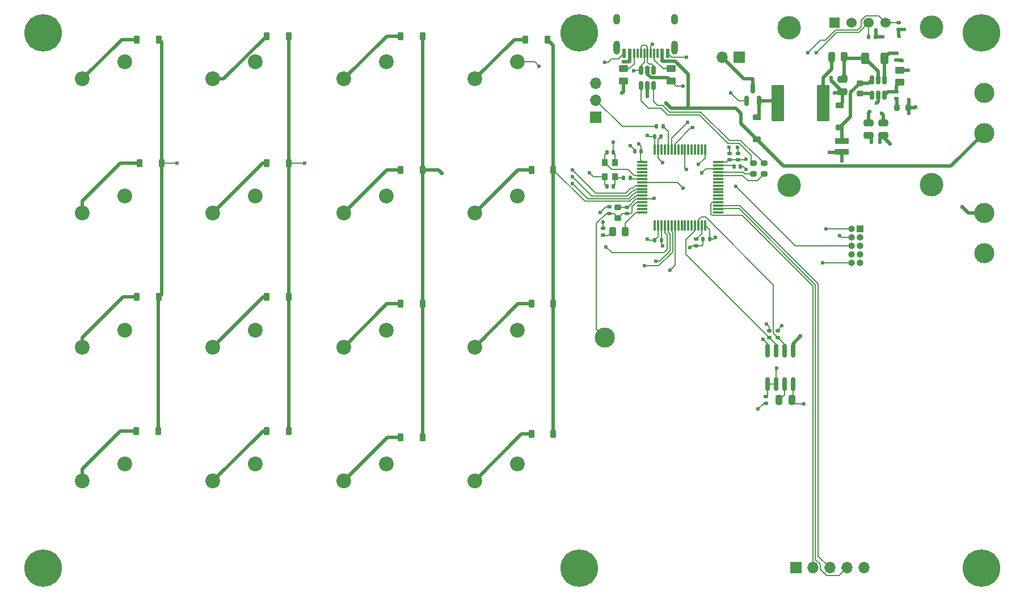
<source format=gbr>
%TF.GenerationSoftware,KiCad,Pcbnew,7.0.4-40-g0180cb380f*%
%TF.CreationDate,2023-06-12T22:45:27+02:00*%
%TF.ProjectId,New Business Card,4e657720-4275-4736-996e-657373204361,rev?*%
%TF.SameCoordinates,Original*%
%TF.FileFunction,Copper,L1,Top*%
%TF.FilePolarity,Positive*%
%FSLAX46Y46*%
G04 Gerber Fmt 4.6, Leading zero omitted, Abs format (unit mm)*
G04 Created by KiCad (PCBNEW 7.0.4-40-g0180cb380f) date 2023-06-12 22:45:27*
%MOMM*%
%LPD*%
G01*
G04 APERTURE LIST*
G04 Aperture macros list*
%AMRoundRect*
0 Rectangle with rounded corners*
0 $1 Rounding radius*
0 $2 $3 $4 $5 $6 $7 $8 $9 X,Y pos of 4 corners*
0 Add a 4 corners polygon primitive as box body*
4,1,4,$2,$3,$4,$5,$6,$7,$8,$9,$2,$3,0*
0 Add four circle primitives for the rounded corners*
1,1,$1+$1,$2,$3*
1,1,$1+$1,$4,$5*
1,1,$1+$1,$6,$7*
1,1,$1+$1,$8,$9*
0 Add four rect primitives between the rounded corners*
20,1,$1+$1,$2,$3,$4,$5,0*
20,1,$1+$1,$4,$5,$6,$7,0*
20,1,$1+$1,$6,$7,$8,$9,0*
20,1,$1+$1,$8,$9,$2,$3,0*%
G04 Aperture macros list end*
%TA.AperFunction,ComponentPad*%
%ADD10C,2.200000*%
%TD*%
%TA.AperFunction,ComponentPad*%
%ADD11C,1.524000*%
%TD*%
%TA.AperFunction,CastellatedPad*%
%ADD12C,3.500000*%
%TD*%
%TA.AperFunction,ComponentPad*%
%ADD13R,1.524000X1.524000*%
%TD*%
%TA.AperFunction,SMDPad,CuDef*%
%ADD14RoundRect,0.200000X0.275000X-0.200000X0.275000X0.200000X-0.275000X0.200000X-0.275000X-0.200000X0*%
%TD*%
%TA.AperFunction,SMDPad,CuDef*%
%ADD15RoundRect,0.147500X-0.172500X0.147500X-0.172500X-0.147500X0.172500X-0.147500X0.172500X0.147500X0*%
%TD*%
%TA.AperFunction,SMDPad,CuDef*%
%ADD16RoundRect,0.225000X0.250000X-0.225000X0.250000X0.225000X-0.250000X0.225000X-0.250000X-0.225000X0*%
%TD*%
%TA.AperFunction,SMDPad,CuDef*%
%ADD17RoundRect,0.225000X-0.250000X0.225000X-0.250000X-0.225000X0.250000X-0.225000X0.250000X0.225000X0*%
%TD*%
%TA.AperFunction,SMDPad,CuDef*%
%ADD18RoundRect,0.225000X0.225000X0.375000X-0.225000X0.375000X-0.225000X-0.375000X0.225000X-0.375000X0*%
%TD*%
%TA.AperFunction,ComponentPad*%
%ADD19C,3.000000*%
%TD*%
%TA.AperFunction,SMDPad,CuDef*%
%ADD20RoundRect,0.225000X-0.375000X0.225000X-0.375000X-0.225000X0.375000X-0.225000X0.375000X0.225000X0*%
%TD*%
%TA.AperFunction,ComponentPad*%
%ADD21R,1.700000X1.700000*%
%TD*%
%TA.AperFunction,ComponentPad*%
%ADD22O,1.700000X1.700000*%
%TD*%
%TA.AperFunction,ComponentPad*%
%ADD23C,5.600000*%
%TD*%
%TA.AperFunction,SMDPad,CuDef*%
%ADD24RoundRect,0.140000X0.140000X0.170000X-0.140000X0.170000X-0.140000X-0.170000X0.140000X-0.170000X0*%
%TD*%
%TA.AperFunction,SMDPad,CuDef*%
%ADD25RoundRect,0.140000X-0.170000X0.140000X-0.170000X-0.140000X0.170000X-0.140000X0.170000X0.140000X0*%
%TD*%
%TA.AperFunction,SMDPad,CuDef*%
%ADD26RoundRect,0.135000X-0.135000X-0.185000X0.135000X-0.185000X0.135000X0.185000X-0.135000X0.185000X0*%
%TD*%
%TA.AperFunction,SMDPad,CuDef*%
%ADD27RoundRect,0.150000X0.150000X-0.587500X0.150000X0.587500X-0.150000X0.587500X-0.150000X-0.587500X0*%
%TD*%
%TA.AperFunction,SMDPad,CuDef*%
%ADD28RoundRect,0.135000X0.185000X-0.135000X0.185000X0.135000X-0.185000X0.135000X-0.185000X-0.135000X0*%
%TD*%
%TA.AperFunction,SMDPad,CuDef*%
%ADD29RoundRect,0.250000X-0.475000X0.250000X-0.475000X-0.250000X0.475000X-0.250000X0.475000X0.250000X0*%
%TD*%
%TA.AperFunction,SMDPad,CuDef*%
%ADD30RoundRect,0.250000X0.712500X2.475000X-0.712500X2.475000X-0.712500X-2.475000X0.712500X-2.475000X0*%
%TD*%
%TA.AperFunction,SMDPad,CuDef*%
%ADD31RoundRect,0.150000X0.150000X-0.512500X0.150000X0.512500X-0.150000X0.512500X-0.150000X-0.512500X0*%
%TD*%
%TA.AperFunction,ComponentPad*%
%ADD32R,1.000000X1.000000*%
%TD*%
%TA.AperFunction,ComponentPad*%
%ADD33O,1.000000X1.000000*%
%TD*%
%TA.AperFunction,SMDPad,CuDef*%
%ADD34RoundRect,0.200000X-0.200000X-0.275000X0.200000X-0.275000X0.200000X0.275000X-0.200000X0.275000X0*%
%TD*%
%TA.AperFunction,SMDPad,CuDef*%
%ADD35RoundRect,0.225000X0.375000X-0.225000X0.375000X0.225000X-0.375000X0.225000X-0.375000X-0.225000X0*%
%TD*%
%TA.AperFunction,SMDPad,CuDef*%
%ADD36RoundRect,0.150000X0.150000X-0.825000X0.150000X0.825000X-0.150000X0.825000X-0.150000X-0.825000X0*%
%TD*%
%TA.AperFunction,SMDPad,CuDef*%
%ADD37RoundRect,0.140000X-0.140000X-0.170000X0.140000X-0.170000X0.140000X0.170000X-0.140000X0.170000X0*%
%TD*%
%TA.AperFunction,SMDPad,CuDef*%
%ADD38RoundRect,0.140000X0.170000X-0.140000X0.170000X0.140000X-0.170000X0.140000X-0.170000X-0.140000X0*%
%TD*%
%TA.AperFunction,SMDPad,CuDef*%
%ADD39R,0.600000X1.450000*%
%TD*%
%TA.AperFunction,SMDPad,CuDef*%
%ADD40R,0.300000X1.450000*%
%TD*%
%TA.AperFunction,ComponentPad*%
%ADD41O,1.000000X2.100000*%
%TD*%
%TA.AperFunction,ComponentPad*%
%ADD42O,1.000000X1.600000*%
%TD*%
%TA.AperFunction,SMDPad,CuDef*%
%ADD43RoundRect,0.243750X0.243750X0.456250X-0.243750X0.456250X-0.243750X-0.456250X0.243750X-0.456250X0*%
%TD*%
%TA.AperFunction,SMDPad,CuDef*%
%ADD44RoundRect,0.250000X-0.250000X-0.475000X0.250000X-0.475000X0.250000X0.475000X-0.250000X0.475000X0*%
%TD*%
%TA.AperFunction,SMDPad,CuDef*%
%ADD45RoundRect,0.250000X-0.312500X-0.625000X0.312500X-0.625000X0.312500X0.625000X-0.312500X0.625000X0*%
%TD*%
%TA.AperFunction,SMDPad,CuDef*%
%ADD46RoundRect,0.135000X-0.185000X0.135000X-0.185000X-0.135000X0.185000X-0.135000X0.185000X0.135000X0*%
%TD*%
%TA.AperFunction,SMDPad,CuDef*%
%ADD47RoundRect,0.150000X-0.150000X0.512500X-0.150000X-0.512500X0.150000X-0.512500X0.150000X0.512500X0*%
%TD*%
%TA.AperFunction,SMDPad,CuDef*%
%ADD48RoundRect,0.075000X-0.700000X-0.075000X0.700000X-0.075000X0.700000X0.075000X-0.700000X0.075000X0*%
%TD*%
%TA.AperFunction,SMDPad,CuDef*%
%ADD49RoundRect,0.075000X-0.075000X-0.700000X0.075000X-0.700000X0.075000X0.700000X-0.075000X0.700000X0*%
%TD*%
%TA.AperFunction,SMDPad,CuDef*%
%ADD50RoundRect,0.243750X-0.243750X-0.456250X0.243750X-0.456250X0.243750X0.456250X-0.243750X0.456250X0*%
%TD*%
%TA.AperFunction,SMDPad,CuDef*%
%ADD51RoundRect,0.250000X0.450000X-0.262500X0.450000X0.262500X-0.450000X0.262500X-0.450000X-0.262500X0*%
%TD*%
%TA.AperFunction,SMDPad,CuDef*%
%ADD52RoundRect,0.250000X-0.450000X0.262500X-0.450000X-0.262500X0.450000X-0.262500X0.450000X0.262500X0*%
%TD*%
%TA.AperFunction,SMDPad,CuDef*%
%ADD53R,0.900000X1.000000*%
%TD*%
%TA.AperFunction,SMDPad,CuDef*%
%ADD54R,2.000000X0.850000*%
%TD*%
%TA.AperFunction,ViaPad*%
%ADD55C,0.600000*%
%TD*%
%TA.AperFunction,Conductor*%
%ADD56C,0.200000*%
%TD*%
%TA.AperFunction,Conductor*%
%ADD57C,0.500000*%
%TD*%
%TA.AperFunction,Conductor*%
%ADD58C,1.000000*%
%TD*%
G04 APERTURE END LIST*
D10*
%TO.P,SW17,1,1*%
%TO.N,KEY_ROW_4*%
X150740000Y-104460000D03*
%TO.P,SW17,2,2*%
%TO.N,Net-(D19-A)*%
X144390000Y-107000000D03*
%TD*%
%TO.P,SW16,1,1*%
%TO.N,KEY_ROW_4*%
X131213332Y-104460000D03*
%TO.P,SW16,2,2*%
%TO.N,Net-(D18-A)*%
X124863332Y-107000000D03*
%TD*%
%TO.P,SW15,2,2*%
%TO.N,Net-(D17-A)*%
X105336666Y-107000000D03*
%TO.P,SW15,1,1*%
%TO.N,KEY_ROW_4*%
X111686666Y-104460000D03*
%TD*%
%TO.P,SW14,1,1*%
%TO.N,KEY_ROW_4*%
X92160000Y-104460000D03*
%TO.P,SW14,2,2*%
%TO.N,Net-(D16-A)*%
X85810000Y-107000000D03*
%TD*%
%TO.P,SW13,1,1*%
%TO.N,KEY_ROW_3*%
X150740000Y-84433332D03*
%TO.P,SW13,2,2*%
%TO.N,Net-(D15-A)*%
X144390000Y-86973332D03*
%TD*%
%TO.P,SW12,2,2*%
%TO.N,Net-(D14-A)*%
X124863332Y-86973332D03*
%TO.P,SW12,1,1*%
%TO.N,KEY_ROW_3*%
X131213332Y-84433332D03*
%TD*%
%TO.P,SW11,1,1*%
%TO.N,KEY_ROW_3*%
X111686666Y-84433332D03*
%TO.P,SW11,2,2*%
%TO.N,Net-(D13-A)*%
X105336666Y-86973332D03*
%TD*%
%TO.P,SW10,2,2*%
%TO.N,Net-(D12-A)*%
X85810000Y-86973332D03*
%TO.P,SW10,1,1*%
%TO.N,KEY_ROW_3*%
X92160000Y-84433332D03*
%TD*%
%TO.P,SW9,2,2*%
%TO.N,Net-(D11-A)*%
X144390000Y-66946666D03*
%TO.P,SW9,1,1*%
%TO.N,KEY_ROW_2*%
X150740000Y-64406666D03*
%TD*%
%TO.P,SW8,2,2*%
%TO.N,Net-(D10-A)*%
X124863332Y-66946666D03*
%TO.P,SW8,1,1*%
%TO.N,KEY_ROW_2*%
X131213332Y-64406666D03*
%TD*%
%TO.P,SW7,2,2*%
%TO.N,Net-(D9-A)*%
X105336666Y-66946666D03*
%TO.P,SW7,1,1*%
%TO.N,KEY_ROW_2*%
X111686666Y-64406666D03*
%TD*%
%TO.P,SW6,1,1*%
%TO.N,KEY_ROW_2*%
X92160000Y-64406666D03*
%TO.P,SW6,2,2*%
%TO.N,Net-(D8-A)*%
X85810000Y-66946666D03*
%TD*%
%TO.P,SW5,1,1*%
%TO.N,KEY_ROW_1*%
X150740000Y-44380000D03*
%TO.P,SW5,2,2*%
%TO.N,Net-(D7-A)*%
X144390000Y-46920000D03*
%TD*%
%TO.P,SW4,1,1*%
%TO.N,KEY_ROW_1*%
X131213332Y-44380000D03*
%TO.P,SW4,2,2*%
%TO.N,Net-(D6-A)*%
X124863332Y-46920000D03*
%TD*%
%TO.P,SW3,2,2*%
%TO.N,Net-(D5-A)*%
X105336666Y-46920000D03*
%TO.P,SW3,1,1*%
%TO.N,KEY_ROW_1*%
X111686666Y-44380000D03*
%TD*%
%TO.P,SW2,1,1*%
%TO.N,KEY_ROW_1*%
X92160000Y-44380000D03*
%TO.P,SW2,2,2*%
%TO.N,Net-(D4-A)*%
X85810000Y-46920000D03*
%TD*%
D11*
%TO.P,J1,4,Pin_4*%
%TO.N,I2C_1_SDA*%
X205760000Y-38500000D03*
%TO.P,J1,3,Pin_3*%
%TO.N,I2C_1_SCL*%
X203220000Y-38500000D03*
%TO.P,J1,2,Pin_2*%
%TO.N,+3V3*%
X200680000Y-38500000D03*
D12*
%TO.P,J1,1,Pin_1*%
%TO.N,GND*%
X212600000Y-62700000D03*
X212600000Y-39200000D03*
D13*
X198140000Y-38500000D03*
D12*
X191300000Y-62800000D03*
X191300000Y-39300000D03*
%TD*%
D14*
%TO.P,R8,1*%
%TO.N,Net-(U2-PA11)*%
X187600000Y-61125000D03*
%TO.P,R8,2*%
%TO.N,USB_D-*%
X187600000Y-59475000D03*
%TD*%
%TO.P,R9,1*%
%TO.N,Net-(U2-PA12)*%
X186000000Y-61125000D03*
%TO.P,R9,2*%
%TO.N,USB_D+*%
X186000000Y-59475000D03*
%TD*%
D15*
%TO.P,L2,1*%
%TO.N,+3V3*%
X164500000Y-66040000D03*
%TO.P,L2,2*%
%TO.N,+3.3VA*%
X164500000Y-67010000D03*
%TD*%
D16*
%TO.P,C12,1*%
%TO.N,+3.3VA*%
X165800000Y-67675000D03*
%TO.P,C12,2*%
%TO.N,GND*%
X165800000Y-66125000D03*
%TD*%
D17*
%TO.P,C1,1*%
%TO.N,BUCK_SW*%
X201900000Y-47525000D03*
%TO.P,C1,2*%
%TO.N,BUCK_BST*%
X201900000Y-49075000D03*
%TD*%
D18*
%TO.P,D11,1,K*%
%TO.N,KEY_COL_4*%
X156150000Y-60500000D03*
%TO.P,D11,2,A*%
%TO.N,Net-(D11-A)*%
X152850000Y-60500000D03*
%TD*%
D19*
%TO.P,TP2,1,1*%
%TO.N,+5V*%
X220446600Y-54974200D03*
%TD*%
D20*
%TO.P,D1,1,K*%
%TO.N,Net-(D1-K)*%
X186500000Y-52650000D03*
%TO.P,D1,2,A*%
%TO.N,+5V*%
X186500000Y-55950000D03*
%TD*%
D21*
%TO.P,SW1,1,A*%
%TO.N,+3V3*%
X162500000Y-52640000D03*
D22*
%TO.P,SW1,2,B*%
%TO.N,Net-(SW1-B)*%
X162500000Y-50100000D03*
%TO.P,SW1,3,C*%
%TO.N,GND*%
X162500000Y-47560000D03*
%TD*%
D19*
%TO.P,TP3,1,1*%
%TO.N,+3.3VA*%
X163830000Y-85598000D03*
%TD*%
D18*
%TO.P,D9,1,K*%
%TO.N,KEY_COL_2*%
X116650000Y-59500000D03*
%TO.P,D9,2,A*%
%TO.N,Net-(D9-A)*%
X113350000Y-59500000D03*
%TD*%
%TO.P,D14,1,K*%
%TO.N,KEY_COL_3*%
X136650000Y-80500000D03*
%TO.P,D14,2,A*%
%TO.N,Net-(D14-A)*%
X133350000Y-80500000D03*
%TD*%
D23*
%TO.P,H2,1,1*%
%TO.N,GND*%
X80000000Y-120000000D03*
%TD*%
D18*
%TO.P,D18,1,K*%
%TO.N,KEY_COL_3*%
X136650000Y-100500000D03*
%TO.P,D18,2,A*%
%TO.N,Net-(D18-A)*%
X133350000Y-100500000D03*
%TD*%
%TO.P,D19,1,K*%
%TO.N,KEY_COL_4*%
X156150000Y-100000000D03*
%TO.P,D19,2,A*%
%TO.N,Net-(D19-A)*%
X152850000Y-100000000D03*
%TD*%
%TO.P,D8,1,K*%
%TO.N,KEY_COL_1*%
X97650000Y-59500000D03*
%TO.P,D8,2,A*%
%TO.N,Net-(D8-A)*%
X94350000Y-59500000D03*
%TD*%
D24*
%TO.P,C15,1*%
%TO.N,GND*%
X165072000Y-57912000D03*
%TO.P,C15,2*%
%TO.N,HSE_IN*%
X164112000Y-57912000D03*
%TD*%
D25*
%TO.P,C17,1*%
%TO.N,+3V3*%
X187858000Y-94408000D03*
%TO.P,C17,2*%
%TO.N,GND*%
X187858000Y-95368000D03*
%TD*%
D26*
%TO.P,R13,2*%
%TO.N,+3V3*%
X204220000Y-40600000D03*
%TO.P,R13,1*%
%TO.N,I2C_1_SCL*%
X203200000Y-40600000D03*
%TD*%
D27*
%TO.P,Q1,1,G*%
%TO.N,GND*%
X184950000Y-50200000D03*
%TO.P,Q1,2,S*%
%TO.N,Net-(D1-K)*%
X186850000Y-50200000D03*
%TO.P,Q1,3,D*%
%TO.N,+12V*%
X185900000Y-48325000D03*
%TD*%
D28*
%TO.P,R16,1*%
%TO.N,I2C2_SDA*%
X189636000Y-85565000D03*
%TO.P,R16,2*%
%TO.N,+3V3*%
X189636000Y-84545000D03*
%TD*%
D29*
%TO.P,C4,1*%
%TO.N,BUCK_IN*%
X199300000Y-46950000D03*
%TO.P,C4,2*%
%TO.N,GND*%
X199300000Y-48850000D03*
%TD*%
D19*
%TO.P,TP5,1,1*%
%TO.N,GND*%
X220446600Y-72974200D03*
%TD*%
D23*
%TO.P,H5,1,1*%
%TO.N,GND*%
X220000000Y-40000000D03*
%TD*%
D30*
%TO.P,F1,1*%
%TO.N,Net-(F1-Pad1)*%
X196387500Y-50500000D03*
%TO.P,F1,2*%
%TO.N,Net-(D1-K)*%
X189612500Y-50500000D03*
%TD*%
D31*
%TO.P,U1,1,BST*%
%TO.N,BUCK_BST*%
X203650000Y-49337500D03*
%TO.P,U1,2,GND*%
%TO.N,GND*%
X204600000Y-49337500D03*
%TO.P,U1,3,FB*%
%TO.N,BUCK_FB*%
X205550000Y-49337500D03*
%TO.P,U1,4,EN*%
%TO.N,BUCK_EN*%
X205550000Y-47062500D03*
%TO.P,U1,5,IN*%
%TO.N,BUCK_IN*%
X204600000Y-47062500D03*
%TO.P,U1,6,SW*%
%TO.N,BUCK_SW*%
X203650000Y-47062500D03*
%TD*%
D24*
%TO.P,C14,1*%
%TO.N,GND*%
X184042000Y-60000000D03*
%TO.P,C14,2*%
%TO.N,Net-(U2-VCAP_2)*%
X183082000Y-60000000D03*
%TD*%
D29*
%TO.P,C2,1*%
%TO.N,GND*%
X203200000Y-53450000D03*
%TO.P,C2,2*%
%TO.N,+3V3*%
X203200000Y-55350000D03*
%TD*%
D32*
%TO.P,J3,1,Pin_1*%
%TO.N,+3V3*%
X201930000Y-69342000D03*
D33*
%TO.P,J3,2,Pin_2*%
%TO.N,SWDIO*%
X200660000Y-69342000D03*
%TO.P,J3,3,Pin_3*%
%TO.N,GND*%
X201930000Y-70612000D03*
%TO.P,J3,4,Pin_4*%
%TO.N,SWCLK*%
X200660000Y-70612000D03*
%TO.P,J3,5,Pin_5*%
%TO.N,GND*%
X201930000Y-71882000D03*
%TO.P,J3,6,Pin_6*%
%TO.N,SWO*%
X200660000Y-71882000D03*
%TO.P,J3,7,Pin_7*%
%TO.N,unconnected-(J3-Pin_7-Pad7)*%
X201930000Y-73152000D03*
%TO.P,J3,8,Pin_8*%
%TO.N,unconnected-(J3-Pin_8-Pad8)*%
X200660000Y-73152000D03*
%TO.P,J3,9,Pin_9*%
%TO.N,GND*%
X201930000Y-74422000D03*
%TO.P,J3,10,Pin_10*%
%TO.N,NRST*%
X200660000Y-74422000D03*
%TD*%
D29*
%TO.P,C3,1*%
%TO.N,GND*%
X205400000Y-53450000D03*
%TO.P,C3,2*%
%TO.N,+3V3*%
X205400000Y-55350000D03*
%TD*%
D34*
%TO.P,R5,1*%
%TO.N,Net-(R3-Pad2)*%
X207450000Y-51200000D03*
%TO.P,R5,2*%
%TO.N,GND*%
X209100000Y-51200000D03*
%TD*%
D35*
%TO.P,D2,1,K*%
%TO.N,BUCK_SW*%
X198900000Y-54150000D03*
%TO.P,D2,2,A*%
%TO.N,GND*%
X198900000Y-50850000D03*
%TD*%
D36*
%TO.P,U4,1,VDD5V*%
%TO.N,+3V3*%
X188095000Y-92475000D03*
%TO.P,U4,2,VDD3V3*%
X189365000Y-92475000D03*
%TO.P,U4,3,OUT*%
%TO.N,Net-(U4-OUT)*%
X190635000Y-92475000D03*
%TO.P,U4,4,GND*%
%TO.N,GND*%
X191905000Y-92475000D03*
%TO.P,U4,5,PGO*%
X191905000Y-87525000D03*
%TO.P,U4,6,SDA*%
%TO.N,I2C2_SDA*%
X190635000Y-87525000D03*
%TO.P,U4,7,SCL*%
%TO.N,I2C2_SCL*%
X189365000Y-87525000D03*
%TO.P,U4,8,DIR*%
%TO.N,GND*%
X188095000Y-87525000D03*
%TD*%
D37*
%TO.P,C9,1*%
%TO.N,+3V3*%
X171260000Y-55480000D03*
%TO.P,C9,2*%
%TO.N,GND*%
X172220000Y-55480000D03*
%TD*%
D18*
%TO.P,D5,1,K*%
%TO.N,KEY_COL_2*%
X116650000Y-40500000D03*
%TO.P,D5,2,A*%
%TO.N,Net-(D5-A)*%
X113350000Y-40500000D03*
%TD*%
%TO.P,D7,1,K*%
%TO.N,KEY_COL_4*%
X155300000Y-41000000D03*
%TO.P,D7,2,A*%
%TO.N,Net-(D7-A)*%
X152000000Y-41000000D03*
%TD*%
%TO.P,D4,1,K*%
%TO.N,KEY_COL_1*%
X97300000Y-41000000D03*
%TO.P,D4,2,A*%
%TO.N,Net-(D4-A)*%
X94000000Y-41000000D03*
%TD*%
D23*
%TO.P,H6,1,1*%
%TO.N,GND*%
X220000000Y-120000000D03*
%TD*%
D19*
%TO.P,TP4,1,1*%
%TO.N,+3V3*%
X220446600Y-66974200D03*
%TD*%
D38*
%TO.P,C11,1*%
%TO.N,+3.3VA*%
X167132000Y-67028000D03*
%TO.P,C11,2*%
%TO.N,GND*%
X167132000Y-66068000D03*
%TD*%
D18*
%TO.P,D13,1,K*%
%TO.N,KEY_COL_2*%
X116650000Y-79500000D03*
%TO.P,D13,2,A*%
%TO.N,Net-(D13-A)*%
X113350000Y-79500000D03*
%TD*%
%TO.P,D6,1,K*%
%TO.N,KEY_COL_3*%
X136650000Y-40500000D03*
%TO.P,D6,2,A*%
%TO.N,Net-(D6-A)*%
X133350000Y-40500000D03*
%TD*%
D24*
%TO.P,C6,1*%
%TO.N,+3V3*%
X172248000Y-70974000D03*
%TO.P,C6,2*%
%TO.N,GND*%
X171288000Y-70974000D03*
%TD*%
D39*
%TO.P,J5,A1,GND*%
%TO.N,GND*%
X173200000Y-43100000D03*
%TO.P,J5,A4,VBUS*%
%TO.N,+5V*%
X172400000Y-43100000D03*
D40*
%TO.P,J5,A5,CC1*%
%TO.N,Net-(J5-CC1)*%
X171200000Y-43100000D03*
%TO.P,J5,A6,D+*%
%TO.N,USB_CONN_D-*%
X170200000Y-43100000D03*
%TO.P,J5,A7,D-*%
%TO.N,USB_CONN_D+*%
X169700000Y-43100000D03*
%TO.P,J5,A8,SBU1*%
%TO.N,unconnected-(J5-SBU1-PadA8)*%
X168700000Y-43100000D03*
D39*
%TO.P,J5,A9,VBUS*%
%TO.N,+5V*%
X167500000Y-43100000D03*
%TO.P,J5,A12,GND*%
%TO.N,GND*%
X166700000Y-43100000D03*
%TO.P,J5,B1,GND*%
X166700000Y-43100000D03*
%TO.P,J5,B4,VBUS*%
%TO.N,+5V*%
X167500000Y-43100000D03*
D40*
%TO.P,J5,B5,CC2*%
%TO.N,Net-(J5-CC2)*%
X168200000Y-43100000D03*
%TO.P,J5,B6,D+*%
%TO.N,USB_CONN_D-*%
X169200000Y-43100000D03*
%TO.P,J5,B7,D-*%
%TO.N,USB_CONN_D+*%
X170700000Y-43100000D03*
%TO.P,J5,B8,SBU2*%
%TO.N,unconnected-(J5-SBU2-PadB8)*%
X171700000Y-43100000D03*
D39*
%TO.P,J5,B9,VBUS*%
%TO.N,+5V*%
X172400000Y-43100000D03*
%TO.P,J5,B12,GND*%
%TO.N,GND*%
X173200000Y-43100000D03*
D41*
%TO.P,J5,S1,SHIELD*%
%TO.N,unconnected-(J5-SHIELD-PadS1)*%
X174270000Y-42185000D03*
D42*
X174270000Y-38005000D03*
D41*
X165630000Y-42185000D03*
D42*
X165630000Y-38005000D03*
%TD*%
D38*
%TO.P,C5,1*%
%TO.N,+3V3*%
X183678000Y-59008000D03*
%TO.P,C5,2*%
%TO.N,GND*%
X183678000Y-58048000D03*
%TD*%
%TO.P,C13,1*%
%TO.N,GND*%
X177455000Y-71835000D03*
%TO.P,C13,2*%
%TO.N,Net-(U2-VCAP_1)*%
X177455000Y-70875000D03*
%TD*%
D18*
%TO.P,D17,1,K*%
%TO.N,KEY_COL_2*%
X116650000Y-99500000D03*
%TO.P,D17,2,A*%
%TO.N,Net-(D17-A)*%
X113350000Y-99500000D03*
%TD*%
%TO.P,D16,1,K*%
%TO.N,KEY_COL_1*%
X97150000Y-99500000D03*
%TO.P,D16,2,A*%
%TO.N,Net-(D16-A)*%
X93850000Y-99500000D03*
%TD*%
D19*
%TO.P,TP1,1,1*%
%TO.N,+12V*%
X220446600Y-48974200D03*
%TD*%
D38*
%TO.P,C8,1*%
%TO.N,+3V3*%
X182408000Y-58980000D03*
%TO.P,C8,2*%
%TO.N,GND*%
X182408000Y-58020000D03*
%TD*%
D18*
%TO.P,D10,1,K*%
%TO.N,KEY_COL_3*%
X136650000Y-60500000D03*
%TO.P,D10,2,A*%
%TO.N,Net-(D10-A)*%
X133350000Y-60500000D03*
%TD*%
D24*
%TO.P,C10,1*%
%TO.N,+3V3*%
X169229000Y-57684000D03*
%TO.P,C10,2*%
%TO.N,GND*%
X168269000Y-57684000D03*
%TD*%
D43*
%TO.P,FB1,1*%
%TO.N,BUCK_IN*%
X199537500Y-43600000D03*
%TO.P,FB1,2*%
%TO.N,Net-(F1-Pad1)*%
X197662500Y-43600000D03*
%TD*%
D21*
%TO.P,J2,1,Pin_1*%
%TO.N,+3V3*%
X192310000Y-119952000D03*
D22*
%TO.P,J2,2,Pin_2*%
%TO.N,SPI2_MOSI*%
X194850000Y-119952000D03*
%TO.P,J2,3,Pin_3*%
%TO.N,SPI2_MISO*%
X197390000Y-119952000D03*
%TO.P,J2,4,Pin_4*%
%TO.N,SPI2_SCK*%
X199930000Y-119952000D03*
%TO.P,J2,5,Pin_5*%
%TO.N,GND*%
X202470000Y-119952000D03*
%TD*%
D44*
%TO.P,C18,1*%
%TO.N,Net-(U4-OUT)*%
X189829000Y-94888000D03*
%TO.P,C18,2*%
%TO.N,GND*%
X191729000Y-94888000D03*
%TD*%
D45*
%TO.P,R2,1*%
%TO.N,BUCK_IN*%
X202637500Y-43800000D03*
%TO.P,R2,2*%
%TO.N,BUCK_EN*%
X205562500Y-43800000D03*
%TD*%
D46*
%TO.P,R14,1*%
%TO.N,I2C_1_SDA*%
X207700000Y-38531000D03*
%TO.P,R14,2*%
%TO.N,+3V3*%
X207700000Y-39551000D03*
%TD*%
D24*
%TO.P,C7,1*%
%TO.N,+3V3*%
X179459000Y-70847000D03*
%TO.P,C7,2*%
%TO.N,GND*%
X178499000Y-70847000D03*
%TD*%
D18*
%TO.P,D12,1,K*%
%TO.N,KEY_COL_1*%
X97300000Y-79500000D03*
%TO.P,D12,2,A*%
%TO.N,Net-(D12-A)*%
X94000000Y-79500000D03*
%TD*%
D47*
%TO.P,U3,1,I/O1*%
%TO.N,USB_CONN_D-*%
X171132500Y-45606500D03*
%TO.P,U3,2,GND*%
%TO.N,GND*%
X170182500Y-45606500D03*
%TO.P,U3,3,I/O2*%
%TO.N,USB_CONN_D+*%
X169232500Y-45606500D03*
%TO.P,U3,4,I/O2*%
%TO.N,USB_D+*%
X169232500Y-47881500D03*
%TO.P,U3,5,VBUS*%
%TO.N,+5V*%
X170182500Y-47881500D03*
%TO.P,U3,6,I/O1*%
%TO.N,USB_D-*%
X171132500Y-47881500D03*
%TD*%
D48*
%TO.P,U2,1,VBAT*%
%TO.N,+3V3*%
X169367000Y-59350000D03*
%TO.P,U2,2,PC13*%
%TO.N,unconnected-(U2-PC13-Pad2)*%
X169367000Y-59850000D03*
%TO.P,U2,3,PC14*%
%TO.N,unconnected-(U2-PC14-Pad3)*%
X169367000Y-60350000D03*
%TO.P,U2,4,PC15*%
%TO.N,unconnected-(U2-PC15-Pad4)*%
X169367000Y-60850000D03*
%TO.P,U2,5,PH0*%
%TO.N,HSE_IN*%
X169367000Y-61350000D03*
%TO.P,U2,6,PH1*%
%TO.N,HSE_OUT*%
X169367000Y-61850000D03*
%TO.P,U2,7,NRST*%
%TO.N,NRST*%
X169367000Y-62350000D03*
%TO.P,U2,8,PC0*%
%TO.N,KEY_COL_1*%
X169367000Y-62850000D03*
%TO.P,U2,9,PC1*%
%TO.N,KEY_COL_2*%
X169367000Y-63350000D03*
%TO.P,U2,10,PC2*%
%TO.N,KEY_COL_3*%
X169367000Y-63850000D03*
%TO.P,U2,11,PC3*%
%TO.N,KEY_COL_4*%
X169367000Y-64350000D03*
%TO.P,U2,12,VSSA*%
%TO.N,GND*%
X169367000Y-64850000D03*
%TO.P,U2,13,VDDA*%
%TO.N,+3.3VA*%
X169367000Y-65350000D03*
%TO.P,U2,14,PA0*%
%TO.N,unconnected-(U2-PA0-Pad14)*%
X169367000Y-65850000D03*
%TO.P,U2,15,PA1*%
%TO.N,unconnected-(U2-PA1-Pad15)*%
X169367000Y-66350000D03*
%TO.P,U2,16,PA2*%
%TO.N,LED_STATUS*%
X169367000Y-66850000D03*
D49*
%TO.P,U2,17,PA3*%
%TO.N,unconnected-(U2-PA3-Pad17)*%
X171292000Y-68775000D03*
%TO.P,U2,18,VSS*%
%TO.N,GND*%
X171792000Y-68775000D03*
%TO.P,U2,19,VDD*%
%TO.N,+3V3*%
X172292000Y-68775000D03*
%TO.P,U2,20,PA4*%
%TO.N,KEY_ROW_1*%
X172792000Y-68775000D03*
%TO.P,U2,21,PA5*%
%TO.N,KEY_ROW_2*%
X173292000Y-68775000D03*
%TO.P,U2,22,PA6*%
%TO.N,KEY_ROW_3*%
X173792000Y-68775000D03*
%TO.P,U2,23,PA7*%
%TO.N,KEY_ROW_4*%
X174292000Y-68775000D03*
%TO.P,U2,24,PC4*%
%TO.N,unconnected-(U2-PC4-Pad24)*%
X174792000Y-68775000D03*
%TO.P,U2,25,PC5*%
%TO.N,unconnected-(U2-PC5-Pad25)*%
X175292000Y-68775000D03*
%TO.P,U2,26,PB0*%
%TO.N,unconnected-(U2-PB0-Pad26)*%
X175792000Y-68775000D03*
%TO.P,U2,27,PB1*%
%TO.N,unconnected-(U2-PB1-Pad27)*%
X176292000Y-68775000D03*
%TO.P,U2,28,PB2*%
%TO.N,unconnected-(U2-PB2-Pad28)*%
X176792000Y-68775000D03*
%TO.P,U2,29,PB10*%
%TO.N,I2C2_SCL*%
X177292000Y-68775000D03*
%TO.P,U2,30,PB11*%
%TO.N,I2C2_SDA*%
X177792000Y-68775000D03*
%TO.P,U2,31,VCAP_1*%
%TO.N,Net-(U2-VCAP_1)*%
X178292000Y-68775000D03*
%TO.P,U2,32,VDD*%
%TO.N,+3V3*%
X178792000Y-68775000D03*
D48*
%TO.P,U2,33,PB12*%
%TO.N,unconnected-(U2-PB12-Pad33)*%
X180717000Y-66850000D03*
%TO.P,U2,34,PB13*%
%TO.N,SPI2_SCK*%
X180717000Y-66350000D03*
%TO.P,U2,35,PB14*%
%TO.N,SPI2_MISO*%
X180717000Y-65850000D03*
%TO.P,U2,36,PB15*%
%TO.N,SPI2_MOSI*%
X180717000Y-65350000D03*
%TO.P,U2,37,PC6*%
%TO.N,unconnected-(U2-PC6-Pad37)*%
X180717000Y-64850000D03*
%TO.P,U2,38,PC7*%
%TO.N,unconnected-(U2-PC7-Pad38)*%
X180717000Y-64350000D03*
%TO.P,U2,39,PC8*%
%TO.N,unconnected-(U2-PC8-Pad39)*%
X180717000Y-63850000D03*
%TO.P,U2,40,PC9*%
%TO.N,unconnected-(U2-PC9-Pad40)*%
X180717000Y-63350000D03*
%TO.P,U2,41,PA8*%
%TO.N,unconnected-(U2-PA8-Pad41)*%
X180717000Y-62850000D03*
%TO.P,U2,42,PA9*%
%TO.N,unconnected-(U2-PA9-Pad42)*%
X180717000Y-62350000D03*
%TO.P,U2,43,PA10*%
%TO.N,unconnected-(U2-PA10-Pad43)*%
X180717000Y-61850000D03*
%TO.P,U2,44,PA11*%
%TO.N,Net-(U2-PA11)*%
X180717000Y-61350000D03*
%TO.P,U2,45,PA12*%
%TO.N,Net-(U2-PA12)*%
X180717000Y-60850000D03*
%TO.P,U2,46,PA13*%
%TO.N,SWDIO*%
X180717000Y-60350000D03*
%TO.P,U2,47,VCAP_2*%
%TO.N,Net-(U2-VCAP_2)*%
X180717000Y-59850000D03*
%TO.P,U2,48,VDD*%
%TO.N,+3V3*%
X180717000Y-59350000D03*
D49*
%TO.P,U2,49,PA14*%
%TO.N,SWCLK*%
X178792000Y-57425000D03*
%TO.P,U2,50,PA15*%
%TO.N,unconnected-(U2-PA15-Pad50)*%
X178292000Y-57425000D03*
%TO.P,U2,51,PC10*%
%TO.N,unconnected-(U2-PC10-Pad51)*%
X177792000Y-57425000D03*
%TO.P,U2,52,PC11*%
%TO.N,unconnected-(U2-PC11-Pad52)*%
X177292000Y-57425000D03*
%TO.P,U2,53,PC12*%
%TO.N,unconnected-(U2-PC12-Pad53)*%
X176792000Y-57425000D03*
%TO.P,U2,54,PD2*%
%TO.N,unconnected-(U2-PD2-Pad54)*%
X176292000Y-57425000D03*
%TO.P,U2,55,PB3*%
%TO.N,SWO*%
X175792000Y-57425000D03*
%TO.P,U2,56,PB4*%
%TO.N,unconnected-(U2-PB4-Pad56)*%
X175292000Y-57425000D03*
%TO.P,U2,57,PB5*%
%TO.N,unconnected-(U2-PB5-Pad57)*%
X174792000Y-57425000D03*
%TO.P,U2,58,PB6*%
%TO.N,I2C_1_SCL*%
X174292000Y-57425000D03*
%TO.P,U2,59,PB7*%
%TO.N,I2C_1_SDA*%
X173792000Y-57425000D03*
%TO.P,U2,60,BOOT0*%
%TO.N,BOOT0*%
X173292000Y-57425000D03*
%TO.P,U2,61,PB8*%
%TO.N,unconnected-(U2-PB8-Pad61)*%
X172792000Y-57425000D03*
%TO.P,U2,62,PB9*%
%TO.N,unconnected-(U2-PB9-Pad62)*%
X172292000Y-57425000D03*
%TO.P,U2,63,VSS*%
%TO.N,GND*%
X171792000Y-57425000D03*
%TO.P,U2,64,VDD*%
%TO.N,+3V3*%
X171292000Y-57425000D03*
%TD*%
D50*
%TO.P,D3,1,K*%
%TO.N,Net-(D3-K)*%
X164995670Y-69732000D03*
%TO.P,D3,2,A*%
%TO.N,LED_STATUS*%
X166870670Y-69732000D03*
%TD*%
D28*
%TO.P,R15,1*%
%TO.N,I2C2_SCL*%
X188366000Y-85565000D03*
%TO.P,R15,2*%
%TO.N,+3V3*%
X188366000Y-84545000D03*
%TD*%
D51*
%TO.P,R12,1*%
%TO.N,GND*%
X166596500Y-47211500D03*
%TO.P,R12,2*%
%TO.N,Net-(J5-CC2)*%
X166596500Y-45386500D03*
%TD*%
D46*
%TO.P,R4,1*%
%TO.N,BUCK_EN*%
X207300000Y-43090000D03*
%TO.P,R4,2*%
%TO.N,GND*%
X207300000Y-44110000D03*
%TD*%
D51*
%TO.P,R11,1*%
%TO.N,GND*%
X173708500Y-47211500D03*
%TO.P,R11,2*%
%TO.N,Net-(J5-CC1)*%
X173708500Y-45386500D03*
%TD*%
D52*
%TO.P,R1,1*%
%TO.N,+3V3*%
X207800000Y-45575000D03*
%TO.P,R1,2*%
%TO.N,BUCK_FB*%
X207800000Y-47400000D03*
%TD*%
D23*
%TO.P,H4,1,1*%
%TO.N,GND*%
X160000000Y-40000000D03*
%TD*%
D26*
%TO.P,R10,1*%
%TO.N,Net-(C16-Pad2)*%
X166622000Y-61722000D03*
%TO.P,R10,2*%
%TO.N,HSE_OUT*%
X167642000Y-61722000D03*
%TD*%
D46*
%TO.P,R3,1*%
%TO.N,BUCK_FB*%
X207300000Y-48800000D03*
%TO.P,R3,2*%
%TO.N,Net-(R3-Pad2)*%
X207300000Y-49820000D03*
%TD*%
%TO.P,R6,1*%
%TO.N,GND*%
X163520170Y-69222000D03*
%TO.P,R6,2*%
%TO.N,Net-(D3-K)*%
X163520170Y-70242000D03*
%TD*%
D26*
%TO.P,R7,1*%
%TO.N,Net-(SW1-B)*%
X171532000Y-54000000D03*
%TO.P,R7,2*%
%TO.N,BOOT0*%
X172552000Y-54000000D03*
%TD*%
D23*
%TO.P,H3,1,1*%
%TO.N,GND*%
X80000000Y-40000000D03*
%TD*%
D21*
%TO.P,J4,1,Pin_1*%
%TO.N,GND*%
X183896000Y-43688000D03*
D22*
%TO.P,J4,2,Pin_2*%
%TO.N,+12V*%
X181356000Y-43688000D03*
%TD*%
D37*
%TO.P,C16,1*%
%TO.N,GND*%
X164112000Y-62992000D03*
%TO.P,C16,2*%
%TO.N,Net-(C16-Pad2)*%
X165072000Y-62992000D03*
%TD*%
D23*
%TO.P,H1,1,1*%
%TO.N,GND*%
X160000000Y-120000000D03*
%TD*%
D53*
%TO.P,Y1,1,1*%
%TO.N,HSE_IN*%
X163778000Y-59396000D03*
%TO.P,Y1,2,2*%
%TO.N,GND*%
X163778000Y-61546000D03*
%TO.P,Y1,3,3*%
%TO.N,Net-(C16-Pad2)*%
X165328000Y-61546000D03*
%TO.P,Y1,4,4*%
%TO.N,GND*%
X165328000Y-59396000D03*
%TD*%
D54*
%TO.P,L1,1*%
%TO.N,BUCK_SW*%
X199200000Y-56175000D03*
%TO.P,L1,2*%
%TO.N,+3V3*%
X199200000Y-57825000D03*
%TD*%
D18*
%TO.P,D15,1,K*%
%TO.N,KEY_COL_4*%
X156150000Y-80500000D03*
%TO.P,D15,2,A*%
%TO.N,Net-(D15-A)*%
X152850000Y-80500000D03*
%TD*%
D55*
%TO.N,KEY_ROW_1*%
X154000000Y-45000000D03*
X164000000Y-72000000D03*
%TO.N,KEY_COL_1*%
X100000000Y-59500000D03*
X159000000Y-60500000D03*
%TO.N,KEY_COL_2*%
X119000000Y-59500000D03*
X159000000Y-61500000D03*
%TO.N,KEY_COL_3*%
X139500000Y-61000000D03*
X159000000Y-62500000D03*
%TO.N,I2C_1_SCL*%
X195400000Y-43000000D03*
X176900000Y-54200000D03*
%TO.N,I2C_1_SDA*%
X176200000Y-53400000D03*
X194100000Y-43000000D03*
%TO.N,+3V3*%
X163100000Y-66900000D03*
%TO.N,GND*%
X170180000Y-70866000D03*
X163830000Y-44450000D03*
X182626000Y-49022000D03*
X176530000Y-72136000D03*
X163576000Y-68326000D03*
X186690000Y-96266000D03*
X204400000Y-50546000D03*
X166370000Y-49022000D03*
X172466000Y-59436000D03*
X209226000Y-50038000D03*
X176022000Y-43688000D03*
X175514000Y-48006000D03*
X171196000Y-64770000D03*
X165100000Y-56388000D03*
X198120000Y-49022000D03*
X197612000Y-46736000D03*
X167640000Y-56896000D03*
X187452000Y-85852000D03*
X205162000Y-52070000D03*
X193548000Y-95504000D03*
X203384000Y-51816000D03*
X210200000Y-51100000D03*
X183642000Y-57150000D03*
X193040000Y-85344000D03*
X184912000Y-60452000D03*
X182372000Y-57150000D03*
X208210000Y-44196000D03*
X209226000Y-52070000D03*
X161544000Y-60960000D03*
%TO.N,+3V3*%
X180340000Y-70612000D03*
X190246000Y-83820000D03*
X205310000Y-40622000D03*
X168910000Y-56642000D03*
X209117000Y-45575000D03*
X197358000Y-57912000D03*
X217170000Y-66040000D03*
X204908000Y-56388000D03*
X207774000Y-40523000D03*
X206432000Y-56642000D03*
X208536000Y-39507000D03*
X184912000Y-58928000D03*
X203638000Y-56388000D03*
X189484000Y-90170000D03*
X172466000Y-71882000D03*
X170180000Y-55372000D03*
X204294000Y-39606000D03*
X199200000Y-59118000D03*
X187960000Y-83566000D03*
%TO.N,+5V*%
X170180000Y-49530000D03*
X172974000Y-50546000D03*
X166624000Y-44374500D03*
%TO.N,SWDIO*%
X178308000Y-60960000D03*
X196800000Y-69342000D03*
%TO.N,SWCLK*%
X177800000Y-59690000D03*
X198882000Y-70358000D03*
%TO.N,SWO*%
X176022000Y-60452000D03*
X183388000Y-62992000D03*
%TO.N,NRST*%
X175514000Y-63246000D03*
X196342000Y-74422000D03*
%TO.N,USB_CONN_D+*%
X170942000Y-41747500D03*
X168148000Y-45720000D03*
%TO.N,KEY_ROW_2*%
X171442000Y-74100000D03*
%TO.N,KEY_ROW_3*%
X169742000Y-74800000D03*
%TO.N,KEY_ROW_4*%
X173542000Y-75500000D03*
%TD*%
D56*
%TO.N,KEY_ROW_1*%
X153380000Y-44380000D02*
X150740000Y-44380000D01*
X154000000Y-45000000D02*
X153380000Y-44380000D01*
X164879000Y-72879000D02*
X164000000Y-72000000D01*
X172629000Y-72879000D02*
X164879000Y-72879000D01*
%TO.N,KEY_COL_1*%
X100000000Y-59500000D02*
X97650000Y-59500000D01*
X162484000Y-63984000D02*
X159000000Y-60500000D01*
X163326000Y-63984000D02*
X162484000Y-63984000D01*
%TO.N,KEY_COL_2*%
X161901600Y-64401600D02*
X159000000Y-61500000D01*
X167965882Y-63650000D02*
X167214282Y-64401600D01*
X168110915Y-63650000D02*
X167965882Y-63650000D01*
X168410915Y-63350000D02*
X168110915Y-63650000D01*
X169367000Y-63350000D02*
X168410915Y-63350000D01*
X167214282Y-64401600D02*
X161901600Y-64401600D01*
X119000000Y-59500000D02*
X116650000Y-59500000D01*
D57*
%TO.N,KEY_COL_3*%
X139000000Y-60500000D02*
X139500000Y-61000000D01*
X136650000Y-60500000D02*
X139000000Y-60500000D01*
D56*
X161301600Y-64801600D02*
X159000000Y-62500000D01*
X163376315Y-64801600D02*
X161301600Y-64801600D01*
%TO.N,KEY_COL_4*%
X160851600Y-65201600D02*
X156150000Y-60500000D01*
X168297254Y-64450000D02*
X167545654Y-65201600D01*
X168461670Y-64450000D02*
X168297254Y-64450000D01*
X167545654Y-65201600D02*
X160851600Y-65201600D01*
X168561670Y-64350000D02*
X168461670Y-64450000D01*
X169367000Y-64350000D02*
X168561670Y-64350000D01*
D57*
X156150000Y-41850000D02*
X155300000Y-41000000D01*
X156150000Y-60500000D02*
X156150000Y-41850000D01*
X156150000Y-80500000D02*
X156150000Y-60500000D01*
X156150000Y-100000000D02*
X156150000Y-80500000D01*
%TO.N,KEY_COL_3*%
X136650000Y-80500000D02*
X136650000Y-100500000D01*
X136650000Y-60500000D02*
X136650000Y-80500000D01*
X136650000Y-40500000D02*
X136650000Y-60500000D01*
%TO.N,KEY_COL_2*%
X116650000Y-59500000D02*
X116650000Y-40500000D01*
X116650000Y-79500000D02*
X116650000Y-59500000D01*
X116650000Y-99500000D02*
X116650000Y-79500000D01*
%TO.N,KEY_COL_1*%
X97150000Y-79650000D02*
X97150000Y-99500000D01*
X97300000Y-79500000D02*
X97150000Y-79650000D01*
X97650000Y-79150000D02*
X97300000Y-79500000D01*
X97650000Y-59500000D02*
X97650000Y-79150000D01*
X97650000Y-41350000D02*
X97300000Y-41000000D01*
X97650000Y-59500000D02*
X97650000Y-41350000D01*
%TO.N,Net-(D16-A)*%
X85810000Y-105190000D02*
X85810000Y-107000000D01*
X91500000Y-99500000D02*
X85810000Y-105190000D01*
X93850000Y-99500000D02*
X91500000Y-99500000D01*
%TO.N,Net-(D12-A)*%
X85810000Y-85581666D02*
X85810000Y-86973332D01*
X91891666Y-79500000D02*
X85810000Y-85581666D01*
X94000000Y-79500000D02*
X91891666Y-79500000D01*
%TO.N,Net-(D8-A)*%
X91500000Y-59500000D02*
X94350000Y-59500000D01*
X85810000Y-65190000D02*
X91500000Y-59500000D01*
X85810000Y-66946666D02*
X85810000Y-65190000D01*
D56*
%TO.N,KEY_ROW_1*%
X172828000Y-69903000D02*
X172828000Y-68811000D01*
X173137000Y-70212000D02*
X172828000Y-69903000D01*
X173137000Y-72371000D02*
X173137000Y-70212000D01*
X172629000Y-72879000D02*
X173137000Y-72371000D01*
X172828000Y-68811000D02*
X172792000Y-68775000D01*
D57*
%TO.N,Net-(D7-A)*%
X144390000Y-46920000D02*
X150310000Y-41000000D01*
X150310000Y-41000000D02*
X152000000Y-41000000D01*
%TO.N,Net-(D11-A)*%
X150836666Y-60500000D02*
X152850000Y-60500000D01*
X144390000Y-66946666D02*
X150836666Y-60500000D01*
%TO.N,Net-(D15-A)*%
X144390000Y-86973332D02*
X150863332Y-80500000D01*
X150863332Y-80500000D02*
X152850000Y-80500000D01*
%TO.N,Net-(D19-A)*%
X151390000Y-100000000D02*
X152850000Y-100000000D01*
X144390000Y-107000000D02*
X151390000Y-100000000D01*
%TO.N,Net-(D18-A)*%
X131363332Y-100500000D02*
X133350000Y-100500000D01*
X124863332Y-107000000D02*
X131363332Y-100500000D01*
%TO.N,Net-(D14-A)*%
X131336664Y-80500000D02*
X133350000Y-80500000D01*
X124863332Y-86973332D02*
X131336664Y-80500000D01*
%TO.N,Net-(D10-A)*%
X131309998Y-60500000D02*
X133350000Y-60500000D01*
X124863332Y-66946666D02*
X131309998Y-60500000D01*
%TO.N,Net-(D6-A)*%
X131283332Y-40500000D02*
X133350000Y-40500000D01*
X124863332Y-46920000D02*
X131283332Y-40500000D01*
%TO.N,Net-(D5-A)*%
X106930000Y-46920000D02*
X113350000Y-40500000D01*
X105336666Y-46920000D02*
X106930000Y-46920000D01*
%TO.N,Net-(D9-A)*%
X112783332Y-59500000D02*
X113350000Y-59500000D01*
X105336666Y-66946666D02*
X112783332Y-59500000D01*
%TO.N,Net-(D13-A)*%
X112809998Y-79500000D02*
X113350000Y-79500000D01*
X105336666Y-86973332D02*
X112809998Y-79500000D01*
%TO.N,Net-(D17-A)*%
X112836666Y-99500000D02*
X113350000Y-99500000D01*
X105336666Y-107000000D02*
X112836666Y-99500000D01*
%TO.N,Net-(D4-A)*%
X91730000Y-41000000D02*
X94000000Y-41000000D01*
X85810000Y-46920000D02*
X91730000Y-41000000D01*
D56*
%TO.N,SWDIO*%
X196800000Y-69342000D02*
X200660000Y-69342000D01*
%TO.N,I2C_1_SDA*%
X205791000Y-38531000D02*
X205760000Y-38500000D01*
X207700000Y-38531000D02*
X205791000Y-38531000D01*
X204698000Y-37438000D02*
X205760000Y-38500000D01*
X202100000Y-38118105D02*
X202780105Y-37438000D01*
X201592314Y-39562000D02*
X202100000Y-39054314D01*
X198272314Y-39562000D02*
X201592314Y-39562000D01*
X202100000Y-39054314D02*
X202100000Y-38118105D01*
X202780105Y-37438000D02*
X204698000Y-37438000D01*
X196000000Y-41100000D02*
X196734314Y-41100000D01*
X196734314Y-41100000D02*
X198272314Y-39562000D01*
X194100000Y-43000000D02*
X196000000Y-41100000D01*
%TO.N,I2C_1_SCL*%
X201758000Y-39962000D02*
X203220000Y-38500000D01*
X198438000Y-39962000D02*
X201758000Y-39962000D01*
X195400000Y-43000000D02*
X198438000Y-39962000D01*
X176711670Y-54200000D02*
X176900000Y-54200000D01*
X174292000Y-57425000D02*
X174292000Y-56619670D01*
X174292000Y-56619670D02*
X176711670Y-54200000D01*
%TO.N,I2C_1_SDA*%
X173792000Y-55808000D02*
X176200000Y-53400000D01*
X173792000Y-57425000D02*
X173792000Y-55808000D01*
%TO.N,I2C_1_SCL*%
X203220000Y-40580000D02*
X203220000Y-38500000D01*
X203200000Y-40600000D02*
X203220000Y-40580000D01*
%TO.N,Net-(U2-PA11)*%
X186574138Y-62150862D02*
X187600000Y-61125000D01*
X180717000Y-61350000D02*
X184395785Y-61350000D01*
X184395785Y-61350000D02*
X185196647Y-62150862D01*
X185196647Y-62150862D02*
X186574138Y-62150862D01*
%TO.N,Net-(U2-PA12)*%
X184461471Y-60850000D02*
X180717000Y-60850000D01*
X184736471Y-61125000D02*
X184461471Y-60850000D01*
X186000000Y-61125000D02*
X184736471Y-61125000D01*
%TO.N,USB_D-*%
X186272103Y-58147103D02*
X187600000Y-59475000D01*
X186124000Y-58147103D02*
X186272103Y-58147103D01*
%TO.N,USB_D+*%
X185674000Y-59149000D02*
X186000000Y-59475000D01*
X185674000Y-58333471D02*
X185674000Y-59149000D01*
X182215800Y-56550000D02*
X183890529Y-56550000D01*
X172222103Y-51279000D02*
X173251083Y-52307980D01*
X183890529Y-56550000D02*
X185674000Y-58333471D01*
X170318314Y-51279000D02*
X172222103Y-51279000D01*
X177973780Y-52307980D02*
X182215800Y-56550000D01*
X169232500Y-50193186D02*
X170318314Y-51279000D01*
X173251083Y-52307980D02*
X177973780Y-52307980D01*
X169232500Y-47881500D02*
X169232500Y-50193186D01*
%TO.N,USB_D-*%
X184076917Y-56100020D02*
X186124000Y-58147103D01*
X173437471Y-51858000D02*
X178160200Y-51858000D01*
X178160200Y-51858000D02*
X182402220Y-56100020D01*
X171704000Y-50829000D02*
X172408471Y-50829000D01*
X171132500Y-50257500D02*
X171704000Y-50829000D01*
X172408471Y-50829000D02*
X173437471Y-51858000D01*
X171132500Y-47881500D02*
X171132500Y-50257500D01*
X182402220Y-56100020D02*
X184076917Y-56100020D01*
%TO.N,GND*%
X178273000Y-71835000D02*
X177455000Y-71835000D01*
X178499000Y-70847000D02*
X178499000Y-71609000D01*
X178499000Y-71609000D02*
X178273000Y-71835000D01*
D57*
%TO.N,+3V3*%
X209117000Y-45575000D02*
X207800000Y-45575000D01*
%TO.N,GND*%
X209226000Y-51326000D02*
X209100000Y-51200000D01*
X209226000Y-52070000D02*
X209226000Y-51326000D01*
X209226000Y-51074000D02*
X209100000Y-51200000D01*
X209226000Y-50038000D02*
X209226000Y-51074000D01*
X210100000Y-51200000D02*
X209150000Y-51200000D01*
X210200000Y-51100000D02*
X210100000Y-51200000D01*
%TO.N,Net-(R3-Pad2)*%
X207450000Y-49970000D02*
X207300000Y-49820000D01*
X207450000Y-51200000D02*
X207450000Y-49970000D01*
%TO.N,+3V3*%
X199200000Y-59118000D02*
X199200000Y-57825000D01*
%TO.N,BUCK_IN*%
X199737500Y-43800000D02*
X199537500Y-43600000D01*
X202637500Y-43800000D02*
X199737500Y-43800000D01*
%TO.N,BUCK_SW*%
X200500000Y-48925000D02*
X201900000Y-47525000D01*
X200475000Y-52575000D02*
X200475000Y-51225000D01*
X200500000Y-51200000D02*
X200500000Y-48925000D01*
X198900000Y-54150000D02*
X200475000Y-52575000D01*
X200475000Y-51225000D02*
X200500000Y-51200000D01*
X203187500Y-47525000D02*
X203650000Y-47062500D01*
X201900000Y-47525000D02*
X203187500Y-47525000D01*
%TO.N,BUCK_BST*%
X201900000Y-49075000D02*
X203387500Y-49075000D01*
X203387500Y-49075000D02*
X203650000Y-49337500D01*
%TO.N,BUCK_SW*%
X199200000Y-54450000D02*
X198900000Y-54150000D01*
X199200000Y-56175000D02*
X199200000Y-54450000D01*
%TO.N,GND*%
X199300000Y-50450000D02*
X198900000Y-50850000D01*
X199300000Y-48850000D02*
X199300000Y-50450000D01*
D56*
%TO.N,+3V3*%
X163960000Y-66040000D02*
X163100000Y-66900000D01*
X164500000Y-66040000D02*
X163960000Y-66040000D01*
%TO.N,GND*%
X165857000Y-66068000D02*
X165800000Y-66125000D01*
X167132000Y-66068000D02*
X165857000Y-66068000D01*
%TO.N,+3.3VA*%
X166447000Y-67028000D02*
X165800000Y-67675000D01*
X167132000Y-67028000D02*
X166447000Y-67028000D01*
X165135000Y-67010000D02*
X165800000Y-67675000D01*
X164500000Y-67010000D02*
X165135000Y-67010000D01*
X164043471Y-67010000D02*
X164500000Y-67010000D01*
D57*
%TO.N,+5V*%
X167350500Y-44374500D02*
X167500000Y-44225000D01*
X166624000Y-44374500D02*
X167350500Y-44374500D01*
X167500000Y-44225000D02*
X167500000Y-43100000D01*
D56*
%TO.N,GND*%
X188095000Y-87525000D02*
X188095000Y-86495000D01*
D57*
X170750972Y-46736000D02*
X173233000Y-46736000D01*
X170182500Y-46167528D02*
X170750972Y-46736000D01*
D56*
X166700000Y-43100000D02*
X165858000Y-43942000D01*
X164846000Y-43942000D02*
X164338000Y-44450000D01*
X165354000Y-58674000D02*
X165328000Y-58700000D01*
X174503000Y-48006000D02*
X175514000Y-48006000D01*
X168269000Y-57525000D02*
X167640000Y-56896000D01*
X171116000Y-64850000D02*
X171196000Y-64770000D01*
X170288000Y-70974000D02*
X170180000Y-70866000D01*
X165072000Y-57912000D02*
X165100000Y-57912000D01*
D57*
X197612000Y-47162000D02*
X197612000Y-46736000D01*
D56*
X165072000Y-57912000D02*
X165072000Y-56416000D01*
D57*
X199300000Y-48850000D02*
X197612000Y-47162000D01*
D56*
X165072000Y-56416000D02*
X165100000Y-56388000D01*
D57*
X203200000Y-53450000D02*
X203200000Y-52000000D01*
D56*
X176831000Y-71835000D02*
X176530000Y-72136000D01*
X167244939Y-66068000D02*
X168462939Y-64850000D01*
X173788000Y-43688000D02*
X176022000Y-43688000D01*
X182408000Y-58020000D02*
X182408000Y-57186000D01*
X163520170Y-69222000D02*
X163520170Y-68381830D01*
D57*
X203200000Y-52000000D02*
X203384000Y-51816000D01*
X166596500Y-48795500D02*
X166370000Y-49022000D01*
D56*
X163778000Y-61546000D02*
X162130000Y-61546000D01*
X184950000Y-50200000D02*
X183804000Y-50200000D01*
D57*
X208124000Y-44110000D02*
X208210000Y-44196000D01*
D56*
X164084000Y-62992000D02*
X163778000Y-62686000D01*
X168269000Y-57684000D02*
X168269000Y-57525000D01*
D57*
X166596500Y-47211500D02*
X166596500Y-48795500D01*
X204600000Y-49337500D02*
X204600000Y-50346000D01*
D56*
X183678000Y-58048000D02*
X183678000Y-57186000D01*
X184042000Y-60000000D02*
X184460000Y-60000000D01*
X177455000Y-71835000D02*
X176831000Y-71835000D01*
X169367000Y-64850000D02*
X171116000Y-64850000D01*
X171792000Y-68775000D02*
X171792000Y-70470000D01*
D57*
X205400000Y-52308000D02*
X205162000Y-52070000D01*
D56*
X171792000Y-58762000D02*
X172466000Y-59436000D01*
X183804000Y-50200000D02*
X182626000Y-49022000D01*
X171792000Y-55908000D02*
X172220000Y-55480000D01*
X163778000Y-62686000D02*
X163778000Y-61546000D01*
X173708500Y-47211500D02*
X174503000Y-48006000D01*
X173200000Y-43100000D02*
X173788000Y-43688000D01*
X182408000Y-57186000D02*
X182372000Y-57150000D01*
D57*
X204600000Y-50346000D02*
X204400000Y-50546000D01*
D56*
X188095000Y-86495000D02*
X187452000Y-85852000D01*
X192345000Y-95504000D02*
X193548000Y-95504000D01*
D57*
X170182500Y-45606500D02*
X170182500Y-46167528D01*
D56*
X191905000Y-92475000D02*
X191905000Y-94712000D01*
D57*
X199128000Y-49022000D02*
X199300000Y-48850000D01*
X191905000Y-86479000D02*
X193040000Y-85344000D01*
D56*
X165858000Y-43942000D02*
X164846000Y-43942000D01*
X165328000Y-58700000D02*
X165328000Y-59396000D01*
X163520170Y-68381830D02*
X163576000Y-68326000D01*
D57*
X205400000Y-53450000D02*
X205400000Y-52308000D01*
X207300000Y-44110000D02*
X208124000Y-44110000D01*
D56*
X164338000Y-44450000D02*
X163830000Y-44450000D01*
X162130000Y-61546000D02*
X161544000Y-60960000D01*
D57*
X191905000Y-87525000D02*
X191905000Y-86479000D01*
D56*
X191905000Y-94712000D02*
X191729000Y-94888000D01*
X165100000Y-57912000D02*
X165354000Y-58166000D01*
X168462939Y-64850000D02*
X169367000Y-64850000D01*
X191729000Y-94888000D02*
X192345000Y-95504000D01*
X171288000Y-70974000D02*
X170288000Y-70974000D01*
X171792000Y-70470000D02*
X171288000Y-70974000D01*
D57*
X198120000Y-49022000D02*
X199128000Y-49022000D01*
D56*
X165354000Y-58166000D02*
X165354000Y-58674000D01*
X171792000Y-57425000D02*
X171792000Y-58762000D01*
X187858000Y-95368000D02*
X187588000Y-95368000D01*
X183678000Y-57186000D02*
X183642000Y-57150000D01*
X187588000Y-95368000D02*
X186690000Y-96266000D01*
X164112000Y-62992000D02*
X164084000Y-62992000D01*
X184460000Y-60000000D02*
X184912000Y-60452000D01*
X171792000Y-57425000D02*
X171792000Y-55908000D01*
D57*
X173233000Y-46736000D02*
X173708500Y-47211500D01*
D56*
%TO.N,+3V3*%
X189636000Y-84430000D02*
X190246000Y-83820000D01*
D57*
X204294000Y-40526000D02*
X204220000Y-40600000D01*
D56*
X188095000Y-94171000D02*
X187858000Y-94408000D01*
D57*
X197358000Y-57912000D02*
X199113000Y-57912000D01*
X207700000Y-39551000D02*
X207700000Y-40449000D01*
D56*
X171260000Y-57393000D02*
X171292000Y-57425000D01*
D57*
X203200000Y-55350000D02*
X203200000Y-55600000D01*
D56*
X172248000Y-71664000D02*
X172466000Y-71882000D01*
D57*
X203638000Y-55788000D02*
X203200000Y-55350000D01*
X204908000Y-55842000D02*
X205400000Y-55350000D01*
D56*
X169129000Y-58965000D02*
X169129000Y-57784000D01*
X170288000Y-55480000D02*
X170180000Y-55372000D01*
X179459000Y-70847000D02*
X180105000Y-70847000D01*
X180717000Y-59350000D02*
X182038000Y-59350000D01*
X184832000Y-59008000D02*
X184912000Y-58928000D01*
X169367000Y-59203000D02*
X169129000Y-58965000D01*
X179487000Y-70593000D02*
X179487000Y-69470000D01*
X188366000Y-84545000D02*
X188366000Y-83972000D01*
X171260000Y-55480000D02*
X171260000Y-57393000D01*
X183650000Y-58980000D02*
X183678000Y-59008000D01*
D57*
X205288000Y-40600000D02*
X205310000Y-40622000D01*
X220446600Y-66974200D02*
X218104200Y-66974200D01*
D56*
X188095000Y-92475000D02*
X189365000Y-92475000D01*
X169229000Y-57684000D02*
X169229000Y-56961000D01*
X188095000Y-92475000D02*
X188095000Y-94171000D01*
X182038000Y-59350000D02*
X182408000Y-58980000D01*
D57*
X208536000Y-39507000D02*
X207744000Y-39507000D01*
D56*
X172248000Y-70974000D02*
X172248000Y-71664000D01*
X172248000Y-70974000D02*
X172292000Y-70930000D01*
X189636000Y-84545000D02*
X189636000Y-84430000D01*
D57*
X204294000Y-39606000D02*
X204294000Y-40526000D01*
X205400000Y-55610000D02*
X206432000Y-56642000D01*
D56*
X183678000Y-59008000D02*
X184832000Y-59008000D01*
X169129000Y-57784000D02*
X169229000Y-57684000D01*
X171260000Y-55480000D02*
X170288000Y-55480000D01*
X188366000Y-83972000D02*
X187960000Y-83566000D01*
D57*
X204220000Y-40600000D02*
X205288000Y-40600000D01*
D56*
X172292000Y-70930000D02*
X172292000Y-68775000D01*
X179487000Y-69470000D02*
X178792000Y-68775000D01*
X180105000Y-70847000D02*
X180340000Y-70612000D01*
D57*
X218104200Y-66974200D02*
X217170000Y-66040000D01*
X207700000Y-40449000D02*
X207774000Y-40523000D01*
D56*
X189365000Y-90289000D02*
X189484000Y-90170000D01*
D57*
X203638000Y-56388000D02*
X203638000Y-55788000D01*
D56*
X169229000Y-56961000D02*
X168910000Y-56642000D01*
D57*
X204908000Y-56388000D02*
X204908000Y-55842000D01*
X207744000Y-39507000D02*
X207700000Y-39551000D01*
X205400000Y-55350000D02*
X205400000Y-55610000D01*
D56*
X182408000Y-58980000D02*
X183650000Y-58980000D01*
X189365000Y-92475000D02*
X189365000Y-90289000D01*
X169367000Y-59350000D02*
X169367000Y-59203000D01*
D57*
%TO.N,BUCK_IN*%
X199537500Y-43600000D02*
X199537500Y-46712500D01*
D58*
X199537500Y-46712500D02*
X199300000Y-46950000D01*
D57*
X204600000Y-45762500D02*
X204600000Y-47062500D01*
X202637500Y-43800000D02*
X204600000Y-45762500D01*
D56*
%TO.N,+3.3VA*%
X169367000Y-65350000D02*
X168561670Y-65350000D01*
X167738984Y-67028000D02*
X167132000Y-67028000D01*
X162560000Y-84328000D02*
X163830000Y-85598000D01*
X167894000Y-66872984D02*
X167738984Y-67028000D01*
X164043471Y-67010000D02*
X162560000Y-68493471D01*
X162560000Y-68493471D02*
X162560000Y-84328000D01*
X167894000Y-66017670D02*
X167894000Y-66872984D01*
X168561670Y-65350000D02*
X167894000Y-66017670D01*
%TO.N,Net-(U2-VCAP_1)*%
X177455000Y-70875000D02*
X178292000Y-70038000D01*
X178292000Y-70038000D02*
X178292000Y-68775000D01*
%TO.N,Net-(U2-VCAP_2)*%
X180717000Y-59850000D02*
X182932000Y-59850000D01*
X182932000Y-59850000D02*
X183082000Y-60000000D01*
%TO.N,HSE_IN*%
X163778000Y-59396000D02*
X163778000Y-58246000D01*
X163778000Y-58246000D02*
X164112000Y-57912000D01*
X167307183Y-60452000D02*
X168205183Y-61350000D01*
X163778000Y-59396000D02*
X164834000Y-60452000D01*
X168205183Y-61350000D02*
X169367000Y-61350000D01*
X164834000Y-60452000D02*
X167307183Y-60452000D01*
%TO.N,Net-(C16-Pad2)*%
X165504000Y-61722000D02*
X165328000Y-61546000D01*
X165328000Y-61546000D02*
X165328000Y-62736000D01*
X165328000Y-62736000D02*
X165072000Y-62992000D01*
X166622000Y-61722000D02*
X165504000Y-61722000D01*
%TO.N,Net-(U4-OUT)*%
X190635000Y-94082000D02*
X189829000Y-94888000D01*
X190635000Y-92475000D02*
X190635000Y-94082000D01*
D58*
%TO.N,Net-(D1-K)*%
X189312500Y-50200000D02*
X189612500Y-50500000D01*
D57*
X186850000Y-52300000D02*
X186500000Y-52650000D01*
X186850000Y-50200000D02*
X189312500Y-50200000D01*
X186850000Y-50200000D02*
X186850000Y-52300000D01*
%TO.N,+5V*%
X184150000Y-53600000D02*
X186500000Y-55950000D01*
X174299449Y-44275000D02*
X172450000Y-44275000D01*
X184150000Y-52070000D02*
X184150000Y-53600000D01*
X215488800Y-59932000D02*
X220446600Y-54974200D01*
X176070028Y-51308000D02*
X176264000Y-51114028D01*
X176070028Y-51308000D02*
X173736000Y-51308000D01*
X172400000Y-44225000D02*
X172400000Y-43100000D01*
X170180000Y-47884000D02*
X170182500Y-47881500D01*
X176264000Y-51114028D02*
X176264000Y-46239551D01*
X170180000Y-49530000D02*
X170180000Y-47884000D01*
X172450000Y-44275000D02*
X172400000Y-44225000D01*
X176070028Y-51308000D02*
X183388000Y-51308000D01*
X190482000Y-59932000D02*
X215488800Y-59932000D01*
X173736000Y-51308000D02*
X172974000Y-50546000D01*
X176264000Y-46239551D02*
X174299449Y-44275000D01*
X183388000Y-51308000D02*
X184150000Y-52070000D01*
X186500000Y-55950000D02*
X190482000Y-59932000D01*
D56*
%TO.N,Net-(D3-K)*%
X164360670Y-70367000D02*
X163645170Y-70367000D01*
X163645170Y-70367000D02*
X163520170Y-70242000D01*
X164995670Y-69732000D02*
X164360670Y-70367000D01*
%TO.N,LED_STATUS*%
X168482670Y-66850000D02*
X166870670Y-68462000D01*
X166870670Y-68462000D02*
X166870670Y-69732000D01*
X169367000Y-66850000D02*
X168482670Y-66850000D01*
%TO.N,KEY_COL_1*%
X167945228Y-63250000D02*
X167714142Y-63250000D01*
X168345229Y-62850000D02*
X167945228Y-63250000D01*
X169367000Y-62850000D02*
X168345229Y-62850000D01*
X167714142Y-63250000D02*
X166980142Y-63984000D01*
X166980142Y-63984000D02*
X163326000Y-63984000D01*
%TO.N,KEY_COL_3*%
X169367000Y-63850000D02*
X168476601Y-63850000D01*
X167379968Y-64801600D02*
X163376315Y-64801600D01*
X168276601Y-64050000D02*
X168131568Y-64050000D01*
X168476601Y-63850000D02*
X168276601Y-64050000D01*
X168131568Y-64050000D02*
X167379968Y-64801600D01*
D57*
%TO.N,+12V*%
X184568000Y-46900000D02*
X185887500Y-46900000D01*
X185900000Y-46900000D02*
X185900000Y-48325000D01*
X181356000Y-43688000D02*
X184568000Y-46900000D01*
D56*
%TO.N,SPI2_MOSI*%
X179911670Y-65350000D02*
X180717000Y-65350000D01*
X179642000Y-67080330D02*
X179642000Y-65619670D01*
X194850000Y-77871372D02*
X184278628Y-67300000D01*
X184278628Y-67300000D02*
X179861670Y-67300000D01*
X194850000Y-119952000D02*
X194850000Y-77871372D01*
X179861670Y-67300000D02*
X179642000Y-67080330D01*
X179642000Y-65619670D02*
X179911670Y-65350000D01*
%TO.N,SPI2_MISO*%
X180717000Y-65850000D02*
X183960000Y-65850000D01*
X195650000Y-77540001D02*
X195650000Y-118212000D01*
X195650000Y-118212000D02*
X197390000Y-119952000D01*
X183960000Y-65850000D02*
X195650000Y-77540001D01*
%TO.N,SPI2_SCK*%
X181522330Y-66350000D02*
X180717000Y-66350000D01*
X199930000Y-119952000D02*
X198780000Y-121102000D01*
X198780000Y-121102000D02*
X196913654Y-121102000D01*
X195250000Y-77705686D02*
X183838314Y-66294000D01*
X181578330Y-66294000D02*
X181522330Y-66350000D01*
X196913654Y-121102000D02*
X196000000Y-120188346D01*
X196000000Y-120188346D02*
X196000000Y-119475654D01*
X183838314Y-66294000D02*
X181578330Y-66294000D01*
X195250000Y-118725654D02*
X195250000Y-77705686D01*
X196000000Y-119475654D02*
X195250000Y-118725654D01*
%TO.N,SWDIO*%
X178918000Y-60350000D02*
X178308000Y-60960000D01*
X180717000Y-60350000D02*
X178918000Y-60350000D01*
%TO.N,SWCLK*%
X198882000Y-70358000D02*
X199136000Y-70612000D01*
X199136000Y-70612000D02*
X200660000Y-70612000D01*
X177800000Y-59690000D02*
X178792000Y-58698000D01*
X178792000Y-58698000D02*
X178792000Y-57425000D01*
%TO.N,SWO*%
X176022000Y-60452000D02*
X175792000Y-60222000D01*
X175792000Y-60222000D02*
X175792000Y-57425000D01*
X200660000Y-71882000D02*
X192278000Y-71882000D01*
X192278000Y-71882000D02*
X183388000Y-62992000D01*
%TO.N,NRST*%
X169367000Y-62350000D02*
X174618000Y-62350000D01*
X196342000Y-74422000D02*
X200660000Y-74422000D01*
X174618000Y-62350000D02*
X175514000Y-63246000D01*
%TO.N,Net-(J5-CC1)*%
X172511500Y-45386500D02*
X173708500Y-45386500D01*
X171200000Y-43100000D02*
X171200000Y-44075000D01*
X171200000Y-44075000D02*
X172511500Y-45386500D01*
%TO.N,USB_CONN_D-*%
X169415000Y-41910000D02*
X169985000Y-41910000D01*
X170200000Y-42125000D02*
X170200000Y-43100000D01*
X170200000Y-44450000D02*
X170394000Y-44644000D01*
X170394000Y-44644000D02*
X170882000Y-44644000D01*
X169200000Y-43100000D02*
X169200000Y-42125000D01*
X170200000Y-43100000D02*
X170200000Y-44450000D01*
X169200000Y-42125000D02*
X169415000Y-41910000D01*
X169985000Y-41910000D02*
X170200000Y-42125000D01*
X170882000Y-44644000D02*
X171132500Y-44894500D01*
X171132500Y-44894500D02*
X171132500Y-45606500D01*
%TO.N,USB_CONN_D+*%
X170700000Y-41989500D02*
X170700000Y-43100000D01*
X169700000Y-43100000D02*
X169700000Y-44450000D01*
X168261500Y-45606500D02*
X168148000Y-45720000D01*
X170942000Y-41747500D02*
X170700000Y-41989500D01*
X169700000Y-44450000D02*
X169232500Y-44917500D01*
X169232500Y-45606500D02*
X168261500Y-45606500D01*
X169232500Y-44917500D02*
X169232500Y-45606500D01*
%TO.N,Net-(J5-CC2)*%
X167465500Y-45386500D02*
X166596500Y-45386500D01*
X168200000Y-43100000D02*
X168200000Y-44652000D01*
X168200000Y-44652000D02*
X167465500Y-45386500D01*
D57*
%TO.N,BUCK_FB*%
X207300000Y-48800000D02*
X207300000Y-47900000D01*
X206087500Y-48800000D02*
X207300000Y-48800000D01*
X205550000Y-49337500D02*
X206087500Y-48800000D01*
X207300000Y-47900000D02*
X207800000Y-47400000D01*
%TO.N,BUCK_EN*%
X205550000Y-43812500D02*
X205562500Y-43800000D01*
X206272500Y-43090000D02*
X207300000Y-43090000D01*
X205562500Y-43800000D02*
X206272500Y-43090000D01*
X205550000Y-47062500D02*
X205550000Y-43812500D01*
D56*
%TO.N,Net-(SW1-B)*%
X166400000Y-54000000D02*
X162500000Y-50100000D01*
X171532000Y-54000000D02*
X166400000Y-54000000D01*
%TO.N,BOOT0*%
X173292000Y-54740000D02*
X173292000Y-57425000D01*
X172552000Y-54000000D02*
X173292000Y-54740000D01*
%TO.N,HSE_OUT*%
X167642000Y-61722000D02*
X167770000Y-61850000D01*
X167770000Y-61850000D02*
X169367000Y-61850000D01*
%TO.N,I2C2_SCL*%
X175930000Y-70958000D02*
X177292000Y-69596000D01*
X177292000Y-69596000D02*
X177292000Y-68775000D01*
X189365000Y-87525000D02*
X189365000Y-86564000D01*
X175930000Y-73129000D02*
X175930000Y-70958000D01*
X189365000Y-86564000D02*
X188366000Y-85565000D01*
X188366000Y-85565000D02*
X175930000Y-73129000D01*
%TO.N,I2C2_SDA*%
X178886330Y-67564000D02*
X188986000Y-77663670D01*
X177792000Y-67969670D02*
X178197670Y-67564000D01*
X188986000Y-84915000D02*
X189636000Y-85565000D01*
X190635000Y-86564000D02*
X189636000Y-85565000D01*
X178197670Y-67564000D02*
X178886330Y-67564000D01*
X188986000Y-77663670D02*
X188986000Y-84915000D01*
X177792000Y-68775000D02*
X177792000Y-67969670D01*
X190635000Y-87525000D02*
X190635000Y-86564000D01*
%TO.N,KEY_ROW_2*%
X173537000Y-72590670D02*
X173537000Y-70046315D01*
X173537000Y-70046315D02*
X173292000Y-69801314D01*
X173292000Y-69801314D02*
X173292000Y-68775000D01*
X172027670Y-74100000D02*
X173537000Y-72590670D01*
X171442000Y-74100000D02*
X172027670Y-74100000D01*
%TO.N,KEY_ROW_3*%
X171893356Y-74800000D02*
X173937000Y-72756355D01*
X169742000Y-74800000D02*
X171893356Y-74800000D01*
X173937000Y-72756355D02*
X173937000Y-69775000D01*
X173937000Y-69775000D02*
X173792000Y-69630000D01*
X173792000Y-69630000D02*
X173792000Y-68775000D01*
%TO.N,KEY_ROW_4*%
X174342000Y-72634314D02*
X174342000Y-74700000D01*
X174337000Y-68820000D02*
X174337000Y-72629314D01*
X174292000Y-68775000D02*
X174337000Y-68820000D01*
X174342000Y-74700000D02*
X173542000Y-75500000D01*
X174337000Y-72629314D02*
X174342000Y-72634314D01*
D57*
%TO.N,Net-(F1-Pad1)*%
X196387500Y-46712500D02*
X196387500Y-50500000D01*
X197662500Y-44037500D02*
X197662500Y-45437500D01*
D58*
X197662500Y-43600000D02*
X197662500Y-44037500D01*
D57*
X197662500Y-45437500D02*
X196387500Y-46712500D01*
%TD*%
M02*

</source>
